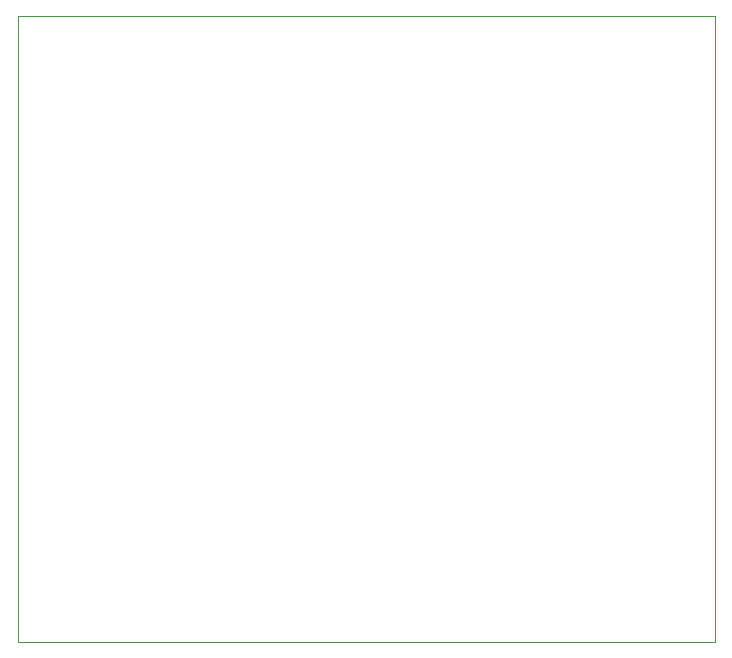
<source format=gbr>
%TF.GenerationSoftware,KiCad,Pcbnew,5.1.10*%
%TF.CreationDate,2021-05-13T15:13:00-07:00*%
%TF.ProjectId,hardware,68617264-7761-4726-952e-6b696361645f,rev?*%
%TF.SameCoordinates,Original*%
%TF.FileFunction,Profile,NP*%
%FSLAX46Y46*%
G04 Gerber Fmt 4.6, Leading zero omitted, Abs format (unit mm)*
G04 Created by KiCad (PCBNEW 5.1.10) date 2021-05-13 15:13:00*
%MOMM*%
%LPD*%
G01*
G04 APERTURE LIST*
%TA.AperFunction,Profile*%
%ADD10C,0.050000*%
%TD*%
G04 APERTURE END LIST*
D10*
X95000000Y-84000000D02*
X95000000Y-137000000D01*
X154000000Y-84000000D02*
X95000000Y-84000000D01*
X154000000Y-137000000D02*
X154000000Y-84000000D01*
X95000000Y-137000000D02*
X154000000Y-137000000D01*
M02*

</source>
